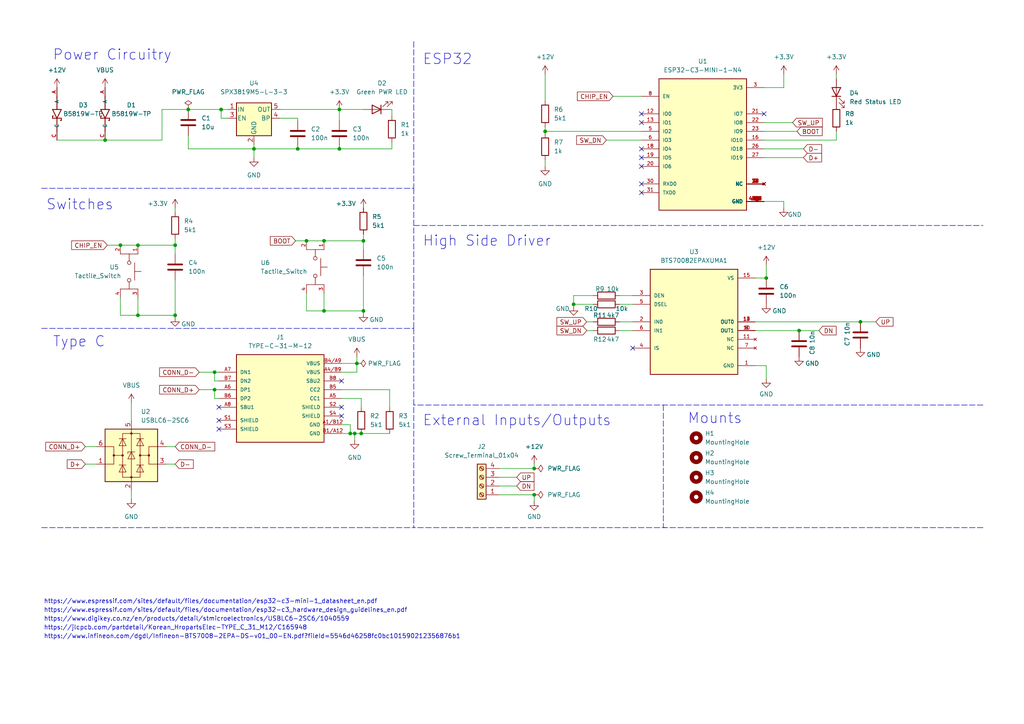
<source format=kicad_sch>
(kicad_sch (version 20211123) (generator eeschema)
  (paper "A4")
  (lib_symbols
    (symbol "B5819W-TP:B5819W-TP" (pin_names (offset 1.016))
      (property "Reference" "D" (at -3.5606 1.9074 0))
      (property "Value" "B5819W-TP" (at -3.559 -3.4319 0))
      (symbol "B5819W-TP_0_0"
        (polyline (pts (xy -5.08 0) (xy -1.27 0)) (stroke (width 0.254)))
        (polyline (pts (xy -1.27 -1.27) (xy 1.27 0)) (stroke (width 0.254)))
        (polyline (pts (xy -1.27 0) (xy -1.27 -1.27)) (stroke (width 0.254)))
        (polyline (pts (xy -1.27 1.27) (xy -1.27 0)) (stroke (width 0.254)))
        (polyline (pts (xy 0.635 -1.016) (xy 0.635 -1.27)) (stroke (width 0.254)))
        (polyline (pts (xy 1.27 -1.27) (xy 0.635 -1.27)) (stroke (width 0.254)))
        (polyline (pts (xy 1.27 0) (xy -1.27 1.27)) (stroke (width 0.254)))
        (polyline (pts (xy 1.27 0) (xy 1.27 -1.27)) (stroke (width 0.254)))
        (polyline (pts (xy 1.27 0) (xy 5.08 0)) (stroke (width 0.254)))
        (polyline (pts (xy 1.27 1.27) (xy 1.27 0)) (stroke (width 0.254)))
        (polyline (pts (xy 1.905 1.27) (xy 1.27 1.27)) (stroke (width 0.254)))
        (polyline (pts (xy 1.905 1.27) (xy 1.905 1.016)) (stroke (width 0.254)))
        (pin passive line (at -7.62 0 0) (length 2.54) (name "A") (number "A"))
        (pin passive line (at 7.62 0 180) (length 2.54) (name "C") (number "C"))
      )
    )
    (symbol "BTS70082EPAXUMA1:BTS70082EPAXUMA1" (pin_names (offset 1.016))
      (property "Reference" "U3" (at 0 20.32 0))
      (property "Value" "BTS70082EPAXUMA1" (at 0 17.78 0))
      (symbol "BTS70082EPAXUMA1_0_0"
        (rectangle (start -12.7 -15.24) (end 12.7 15.24) (stroke (width 0.254)) (fill (type background)))
        (pin power_in line (at 17.78 -12.7 180) (length 5.08) (name "GND") (number "1"))
        (pin output line (at 17.78 -2.54 180) (length 5.08) (name "OUT1") (number "10"))
        (pin no_connect line (at 17.78 -5.08 180) (length 5.08) (name "NC") (number "11"))
        (pin output line (at 17.78 0 180) (length 5.08) (name "OUT0") (number "12"))
        (pin output line (at 17.78 0 180) (length 5.08) (name "OUT0") (number "13"))
        (pin output line (at 17.78 0 180) (length 5.08) (name "OUT0") (number "14"))
        (pin power_in line (at 17.78 12.7 180) (length 5.08) (name "VS") (number "15"))
        (pin input line (at -17.78 0 0) (length 5.08) (name "IN0") (number "2"))
        (pin input line (at -17.78 7.62 0) (length 5.08) (name "DEN") (number "3"))
        (pin input line (at -17.78 -7.62 0) (length 5.08) (name "IS") (number "4"))
        (pin input line (at -17.78 5.08 0) (length 5.08) (name "DSEL") (number "5"))
        (pin input line (at -17.78 -2.54 0) (length 5.08) (name "IN1") (number "6"))
        (pin no_connect line (at 17.78 -7.62 180) (length 5.08) (name "NC") (number "7"))
        (pin output line (at 17.78 -2.54 180) (length 5.08) (name "OUT1") (number "8"))
        (pin output line (at 17.78 -2.54 180) (length 5.08) (name "OUT1") (number "9"))
      )
    )
    (symbol "Connector:Screw_Terminal_01x04" (pin_names (offset 1.016) hide)
      (property "Reference" "J" (at 0 5.08 0))
      (property "Value" "Screw_Terminal_01x04" (at 0 -7.62 0))
      (symbol "Screw_Terminal_01x04_1_1"
        (rectangle (start -1.27 3.81) (end 1.27 -6.35) (stroke (width 0.254)) (fill (type background)))
        (circle (center 0 -5.08) (radius 0.635) (stroke (width 0.1524)))
        (circle (center 0 -2.54) (radius 0.635) (stroke (width 0.1524)))
        (polyline (pts (xy -0.5334 -4.7498) (xy 0.3302 -5.588)) (stroke (width 0.1524)))
        (polyline (pts (xy -0.5334 -2.2098) (xy 0.3302 -3.048)) (stroke (width 0.1524)))
        (polyline (pts (xy -0.5334 0.3302) (xy 0.3302 -0.508)) (stroke (width 0.1524)))
        (polyline (pts (xy -0.5334 2.8702) (xy 0.3302 2.032)) (stroke (width 0.1524)))
        (polyline (pts (xy -0.3556 -4.572) (xy 0.508 -5.4102)) (stroke (width 0.1524)))
        (polyline (pts (xy -0.3556 -2.032) (xy 0.508 -2.8702)) (stroke (width 0.1524)))
        (polyline (pts (xy -0.3556 0.508) (xy 0.508 -0.3302)) (stroke (width 0.1524)))
        (polyline (pts (xy -0.3556 3.048) (xy 0.508 2.2098)) (stroke (width 0.1524)))
        (circle (center 0 0) (radius 0.635) (stroke (width 0.1524)))
        (circle (center 0 2.54) (radius 0.635) (stroke (width 0.1524)))
        (pin passive line (at -5.08 2.54 0) (length 3.81) (name "Pin_1") (number "1"))
        (pin passive line (at -5.08 0 0) (length 3.81) (name "Pin_2") (number "2"))
        (pin passive line (at -5.08 -2.54 0) (length 3.81) (name "Pin_3") (number "3"))
        (pin passive line (at -5.08 -5.08 0) (length 3.81) (name "Pin_4") (number "4"))
      )
    )
    (symbol "Device:C" (pin_numbers hide) (pin_names (offset 0.254))
      (property "Reference" "C" (at 0.635 2.54 0))
      (property "Value" "C" (at 0.635 -2.54 0))
      (symbol "C_0_1"
        (polyline (pts (xy -2.032 -0.762) (xy 2.032 -0.762)) (stroke (width 0.508)))
        (polyline (pts (xy -2.032 0.762) (xy 2.032 0.762)) (stroke (width 0.508)))
      )
      (symbol "C_1_1"
        (pin passive line (at 0 3.81 270) (length 2.794) (name "~") (number "1"))
        (pin passive line (at 0 -3.81 90) (length 2.794) (name "~") (number "2"))
      )
    )
    (symbol "Device:LED" (pin_numbers hide) (pin_names (offset 1.016) hide)
      (property "Reference" "D" (at 0 2.54 0))
      (property "Value" "LED" (at 0 -2.54 0))
      (symbol "LED_0_1"
        (polyline (pts (xy -1.27 -1.27) (xy -1.27 1.27)) (stroke (width 0.254)))
        (polyline (pts (xy -1.27 0) (xy 1.27 0)))
        (polyline (pts (xy 1.27 -1.27) (xy 1.27 1.27) (xy -1.27 0) (xy 1.27 -1.27)) (stroke (width 0.254)))
        (polyline (pts (xy -3.048 -0.762) (xy -4.572 -2.286) (xy -3.81 -2.286) (xy -4.572 -2.286) (xy -4.572 -1.524)))
        (polyline (pts (xy -1.778 -0.762) (xy -3.302 -2.286) (xy -2.54 -2.286) (xy -3.302 -2.286) (xy -3.302 -1.524)))
      )
      (symbol "LED_1_1"
        (pin passive line (at -3.81 0 0) (length 2.54) (name "K") (number "1"))
        (pin passive line (at 3.81 0 180) (length 2.54) (name "A") (number "2"))
      )
    )
    (symbol "Device:R" (pin_numbers hide) (pin_names (offset 0))
      (property "Reference" "R" (at 2.032 0 90))
      (property "Value" "R" (at 0 0 90))
      (symbol "R_0_1"
        (rectangle (start -1.016 -2.54) (end 1.016 2.54) (stroke (width 0.254)))
      )
      (symbol "R_1_1"
        (pin passive line (at 0 3.81 270) (length 1.27) (name "~") (number "1"))
        (pin passive line (at 0 -3.81 90) (length 1.27) (name "~") (number "2"))
      )
    )
    (symbol "ESP32-C3-MINI-1-N4:ESP32-C3-MINI-1-N4" (pin_names (offset 1.016))
      (property "Reference" "U" (at -12.7 18.796 0))
      (property "Value" "ESP32-C3-MINI-1-N4" (at -12.7 -22.86 0))
      (symbol "ESP32-C3-MINI-1-N4_0_0"
        (rectangle (start -12.7 -20.32) (end 12.7 17.78) (stroke (width 0.254)) (fill (type background)))
        (pin power_in line (at 17.78 -17.78 180) (length 5.08) (name "GND") (number "1"))
        (pin no_connect line (at 17.78 -12.7 180) (length 5.08) (name "NC") (number "10"))
        (pin power_in line (at 17.78 -17.78 180) (length 5.08) (name "GND") (number "11"))
        (pin bidirectional line (at -17.78 7.62 0) (length 5.08) (name "IO0") (number "12"))
        (pin bidirectional line (at -17.78 5.08 0) (length 5.08) (name "IO1") (number "13"))
        (pin power_in line (at 17.78 -17.78 180) (length 5.08) (name "GND") (number "14"))
        (pin no_connect line (at 17.78 -12.7 180) (length 5.08) (name "NC") (number "15"))
        (pin bidirectional line (at 17.78 0 180) (length 5.08) (name "IO10") (number "16"))
        (pin no_connect line (at 17.78 -12.7 180) (length 5.08) (name "NC") (number "17"))
        (pin bidirectional line (at -17.78 -2.54 0) (length 5.08) (name "IO4") (number "18"))
        (pin bidirectional line (at -17.78 -5.08 0) (length 5.08) (name "IO5") (number "19"))
        (pin power_in line (at 17.78 -17.78 180) (length 5.08) (name "GND") (number "2"))
        (pin bidirectional line (at -17.78 -7.62 0) (length 5.08) (name "IO6") (number "20"))
        (pin bidirectional line (at 17.78 7.62 180) (length 5.08) (name "IO7") (number "21"))
        (pin bidirectional line (at 17.78 5.08 180) (length 5.08) (name "IO8") (number "22"))
        (pin bidirectional line (at 17.78 2.54 180) (length 5.08) (name "IO9") (number "23"))
        (pin no_connect line (at 17.78 -12.7 180) (length 5.08) (name "NC") (number "24"))
        (pin no_connect line (at 17.78 -12.7 180) (length 5.08) (name "NC") (number "25"))
        (pin bidirectional line (at 17.78 -2.54 180) (length 5.08) (name "IO18") (number "26"))
        (pin bidirectional line (at 17.78 -5.08 180) (length 5.08) (name "IO19") (number "27"))
        (pin no_connect line (at 17.78 -12.7 180) (length 5.08) (name "NC") (number "28"))
        (pin no_connect line (at 17.78 -12.7 180) (length 5.08) (name "NC") (number "29"))
        (pin power_in line (at 17.78 15.24 180) (length 5.08) (name "3V3") (number "3"))
        (pin bidirectional line (at -17.78 -12.7 0) (length 5.08) (name "RXD0") (number "30"))
        (pin bidirectional line (at -17.78 -15.24 0) (length 5.08) (name "TXD0") (number "31"))
        (pin no_connect line (at 17.78 -12.7 180) (length 5.08) (name "NC") (number "32"))
        (pin no_connect line (at 17.78 -12.7 180) (length 5.08) (name "NC") (number "33"))
        (pin no_connect line (at 17.78 -12.7 180) (length 5.08) (name "NC") (number "34"))
        (pin no_connect line (at 17.78 -12.7 180) (length 5.08) (name "NC") (number "35"))
        (pin power_in line (at 17.78 -17.78 180) (length 5.08) (name "GND") (number "36"))
        (pin power_in line (at 17.78 -17.78 180) (length 5.08) (name "GND") (number "37"))
        (pin power_in line (at 17.78 -17.78 180) (length 5.08) (name "GND") (number "38"))
        (pin power_in line (at 17.78 -17.78 180) (length 5.08) (name "GND") (number "39"))
        (pin no_connect line (at 17.78 -12.7 180) (length 5.08) (name "NC") (number "4"))
        (pin power_in line (at 17.78 -17.78 180) (length 5.08) (name "GND") (number "40"))
        (pin power_in line (at 17.78 -17.78 180) (length 5.08) (name "GND") (number "41"))
        (pin power_in line (at 17.78 -17.78 180) (length 5.08) (name "GND") (number "42"))
        (pin power_in line (at 17.78 -17.78 180) (length 5.08) (name "GND") (number "43"))
        (pin power_in line (at 17.78 -17.78 180) (length 5.08) (name "GND") (number "44"))
        (pin power_in line (at 17.78 -17.78 180) (length 5.08) (name "GND") (number "45"))
        (pin power_in line (at 17.78 -17.78 180) (length 5.08) (name "GND") (number "46"))
        (pin power_in line (at 17.78 -17.78 180) (length 5.08) (name "GND") (number "47"))
        (pin power_in line (at 17.78 -17.78 180) (length 5.08) (name "GND") (number "48"))
        (pin power_in line (at 17.78 -17.78 180) (length 5.08) (name "GND") (number "49_1"))
        (pin power_in line (at 17.78 -17.78 180) (length 5.08) (name "GND") (number "49_2"))
        (pin power_in line (at 17.78 -17.78 180) (length 5.08) (name "GND") (number "49_3"))
        (pin power_in line (at 17.78 -17.78 180) (length 5.08) (name "GND") (number "49_4"))
        (pin power_in line (at 17.78 -17.78 180) (length 5.08) (name "GND") (number "49_5"))
        (pin power_in line (at 17.78 -17.78 180) (length 5.08) (name "GND") (number "49_6"))
        (pin power_in line (at 17.78 -17.78 180) (length 5.08) (name "GND") (number "49_7"))
        (pin power_in line (at 17.78 -17.78 180) (length 5.08) (name "GND") (number "49_8"))
        (pin power_in line (at 17.78 -17.78 180) (length 5.08) (name "GND") (number "49_9"))
        (pin bidirectional line (at -17.78 2.54 0) (length 5.08) (name "IO2") (number "5"))
        (pin power_in line (at 17.78 -17.78 180) (length 5.08) (name "GND") (number "50"))
        (pin power_in line (at 17.78 -17.78 180) (length 5.08) (name "GND") (number "51"))
        (pin power_in line (at 17.78 -17.78 180) (length 5.08) (name "GND") (number "52"))
        (pin power_in line (at 17.78 -17.78 180) (length 5.08) (name "GND") (number "53"))
        (pin bidirectional line (at -17.78 0 0) (length 5.08) (name "IO3") (number "6"))
        (pin no_connect line (at 17.78 -12.7 180) (length 5.08) (name "NC") (number "7"))
        (pin input line (at -17.78 12.7 0) (length 5.08) (name "EN") (number "8"))
        (pin no_connect line (at 17.78 -12.7 180) (length 5.08) (name "NC") (number "9"))
      )
    )
    (symbol "Mechanical:MountingHole" (pin_names (offset 1.016))
      (property "Reference" "H" (at 0 5.08 0))
      (property "Value" "MountingHole" (at 0 3.175 0))
      (symbol "MountingHole_0_1"
        (circle (center 0 0) (radius 1.27) (stroke (width 1.27)))
      )
    )
    (symbol "Power_Protection:USBLC6-2SC6" (pin_names hide)
      (property "Reference" "U" (at 2.54 8.89 0))
      (property "Value" "USBLC6-2SC6" (at 2.54 -8.89 0))
      (symbol "USBLC6-2SC6_0_1"
        (rectangle (start -7.62 -7.62) (end 7.62 7.62) (stroke (width 0.254)) (fill (type background)))
        (circle (center -5.08 0) (radius 0.254) (fill (type outline)))
        (circle (center -2.54 0) (radius 0.254) (fill (type outline)))
        (rectangle (start -2.54 6.35) (end 2.54 -6.35))
        (circle (center 0 -6.35) (radius 0.254) (fill (type outline)))
        (polyline (pts (xy -5.08 -2.54) (xy -7.62 -2.54)))
        (polyline (pts (xy -5.08 0) (xy -5.08 -2.54)))
        (polyline (pts (xy -5.08 2.54) (xy -7.62 2.54)))
        (polyline (pts (xy -1.524 -2.794) (xy -3.556 -2.794)))
        (polyline (pts (xy -1.524 4.826) (xy -3.556 4.826)))
        (polyline (pts (xy 0 -7.62) (xy 0 -6.35)))
        (polyline (pts (xy 0 -6.35) (xy 0 1.27)))
        (polyline (pts (xy 0 1.27) (xy 0 6.35)))
        (polyline (pts (xy 0 6.35) (xy 0 7.62)))
        (polyline (pts (xy 1.524 -2.794) (xy 3.556 -2.794)))
        (polyline (pts (xy 1.524 4.826) (xy 3.556 4.826)))
        (polyline (pts (xy 5.08 -2.54) (xy 7.62 -2.54)))
        (polyline (pts (xy 5.08 0) (xy 5.08 -2.54)))
        (polyline (pts (xy 5.08 2.54) (xy 7.62 2.54)))
        (polyline (pts (xy -2.54 0) (xy -5.08 0) (xy -5.08 2.54)))
        (polyline (pts (xy 2.54 0) (xy 5.08 0) (xy 5.08 2.54)))
        (polyline (pts (xy -3.556 -4.826) (xy -1.524 -4.826) (xy -2.54 -2.794) (xy -3.556 -4.826)))
        (polyline (pts (xy -3.556 2.794) (xy -1.524 2.794) (xy -2.54 4.826) (xy -3.556 2.794)))
        (polyline (pts (xy -1.016 -1.016) (xy 1.016 -1.016) (xy 0 1.016) (xy -1.016 -1.016)))
        (polyline (pts (xy 1.016 1.016) (xy 0.762 1.016) (xy -1.016 1.016) (xy -1.016 0.508)))
        (polyline (pts (xy 3.556 -4.826) (xy 1.524 -4.826) (xy 2.54 -2.794) (xy 3.556 -4.826)))
        (polyline (pts (xy 3.556 2.794) (xy 1.524 2.794) (xy 2.54 4.826) (xy 3.556 2.794)))
        (circle (center 0 6.35) (radius 0.254) (fill (type outline)))
        (circle (center 2.54 0) (radius 0.254) (fill (type outline)))
        (circle (center 5.08 0) (radius 0.254) (fill (type outline)))
      )
      (symbol "USBLC6-2SC6_1_1"
        (pin passive line (at -10.16 -2.54 0) (length 2.54) (name "I/O1") (number "1"))
        (pin passive line (at 0 -10.16 90) (length 2.54) (name "GND") (number "2"))
        (pin passive line (at 10.16 -2.54 180) (length 2.54) (name "I/O2") (number "3"))
        (pin passive line (at 10.16 2.54 180) (length 2.54) (name "I/O2") (number "4"))
        (pin passive line (at 0 10.16 270) (length 2.54) (name "VBUS") (number "5"))
        (pin passive line (at -10.16 2.54 0) (length 2.54) (name "I/O1") (number "6"))
      )
    )
    (symbol "Regulator_Linear:SPX3819M5-L-3-3" (pin_names (offset 0.254))
      (property "Reference" "U" (at -3.81 5.715 0))
      (property "Value" "SPX3819M5-L-3-3" (at 0 5.715 0))
      (symbol "SPX3819M5-L-3-3_0_1"
        (rectangle (start -5.08 4.445) (end 5.08 -5.08) (stroke (width 0.254)) (fill (type background)))
      )
      (symbol "SPX3819M5-L-3-3_1_1"
        (pin power_in line (at -7.62 2.54 0) (length 2.54) (name "IN") (number "1"))
        (pin power_in line (at 0 -7.62 90) (length 2.54) (name "GND") (number "2"))
        (pin input line (at -7.62 0 0) (length 2.54) (name "EN") (number "3"))
        (pin input line (at 7.62 0 180) (length 2.54) (name "BP") (number "4"))
        (pin power_out line (at 7.62 2.54 180) (length 2.54) (name "OUT") (number "5"))
      )
    )
    (symbol "TYPE-C-31-M-12:TYPE-C-31-M-12" (pin_names (offset 1.016))
      (property "Reference" "J1" (at 0 17.78 0))
      (property "Value" "TYPE-C-31-M-12" (at 0 15.24 0))
      (symbol "TYPE-C-31-M-12_0_0"
        (rectangle (start -12.7 -12.7) (end 12.7 12.7) (stroke (width 0.254)) (fill (type background)))
        (pin power_in line (at 17.78 -7.62 180) (length 5.08) (name "GND") (number "A1/B12"))
        (pin power_in line (at 17.78 7.62 180) (length 5.08) (name "VBUS") (number "A4/B9"))
        (pin bidirectional line (at 17.78 0 180) (length 5.08) (name "CC1") (number "A5"))
        (pin bidirectional line (at -17.78 2.54 0) (length 5.08) (name "DP1") (number "A6"))
        (pin bidirectional line (at -17.78 7.62 0) (length 5.08) (name "DN1") (number "A7"))
        (pin bidirectional line (at -17.78 -2.54 0) (length 5.08) (name "SBU1") (number "A8"))
        (pin power_in line (at 17.78 -10.16 180) (length 5.08) (name "GND") (number "B1/A12"))
        (pin power_in line (at 17.78 10.16 180) (length 5.08) (name "VBUS") (number "B4/A9"))
        (pin bidirectional line (at 17.78 2.54 180) (length 5.08) (name "CC2") (number "B5"))
        (pin bidirectional line (at -17.78 0 0) (length 5.08) (name "DP2") (number "B6"))
        (pin bidirectional line (at -17.78 5.08 0) (length 5.08) (name "DN2") (number "B7"))
        (pin bidirectional line (at 17.78 5.08 180) (length 5.08) (name "SBU2") (number "B8"))
        (pin passive line (at -17.78 -6.35 0) (length 5.08) (name "SHIELD") (number "S1"))
        (pin passive line (at 17.78 -2.54 180) (length 5.08) (name "SHIELD") (number "S2"))
        (pin passive line (at -17.78 -8.89 0) (length 5.08) (name "SHIELD") (number "S3"))
        (pin passive line (at 17.78 -5.08 180) (length 5.08) (name "SHIELD") (number "S4"))
      )
    )
    (symbol "custom_library:Tactile_Switch"
      (property "Reference" "U" (at 0 -11.43 0))
      (property "Value" "Tactile_Switch" (at 0 0 0))
      (symbol "Tactile_Switch_0_0"
        (circle (center -2.54 -6.35) (radius 0.508) (stroke (width 0.1524)))
        (polyline (pts (xy -5.08 -6.35) (xy -3.048 -6.35)) (stroke (width 0.1524)))
        (polyline (pts (xy -5.08 -3.81) (xy -5.08 -8.89)) (stroke (width 0.1524)))
        (polyline (pts (xy -2.54 -4.7625) (xy 0 -4.7625)) (stroke (width 0.1524)))
        (polyline (pts (xy 0 -4.7625) (xy 0 -2.8575)) (stroke (width 0.1524)))
        (polyline (pts (xy 0 -4.7625) (xy 2.54 -4.7625)) (stroke (width 0.1524)))
        (polyline (pts (xy 5.08 -6.35) (xy 3.048 -6.35)) (stroke (width 0.1524)))
        (polyline (pts (xy 5.08 -3.81) (xy 5.08 -8.89)) (stroke (width 0.1524)))
        (circle (center 2.54 -6.35) (radius 0.508) (stroke (width 0.1524)))
        (pin passive line (at -7.62 -3.81 0) (length 2.54) (name "~") (number "1"))
        (pin passive line (at -7.62 -8.89 0) (length 2.54) (name "~") (number "2"))
        (pin passive line (at 7.62 -3.81 180) (length 2.54) (name "~") (number "3"))
        (pin passive line (at 7.62 -8.89 180) (length 2.54) (name "~") (number "4"))
      )
    )
    (symbol "power:+12V" (power) (pin_names (offset 0))
      (property "Value" "+12V" (at 0 3.556 0))
      (symbol "+12V_0_1"
        (polyline (pts (xy -0.762 1.27) (xy 0 2.54)))
        (polyline (pts (xy 0 0) (xy 0 2.54)))
        (polyline (pts (xy 0 2.54) (xy 0.762 1.27)))
      )
      (symbol "+12V_1_1"
        (pin power_in line (at 0 0 90) (length 0) hide (name "+12V") (number "1"))
      )
    )
    (symbol "power:+3.3V" (power) (pin_names (offset 0))
      (property "Value" "+3.3V" (at 0 3.556 0))
      (symbol "+3.3V_0_1"
        (polyline (pts (xy -0.762 1.27) (xy 0 2.54)))
        (polyline (pts (xy 0 0) (xy 0 2.54)))
        (polyline (pts (xy 0 2.54) (xy 0.762 1.27)))
      )
      (symbol "+3.3V_1_1"
        (pin power_in line (at 0 0 90) (length 0) hide (name "+3.3V") (number "1"))
      )
    )
    (symbol "power:GND" (power) (pin_names (offset 0))
      (property "Value" "GND" (at 0 -3.81 0))
      (symbol "GND_0_1"
        (polyline (pts (xy 0 0) (xy 0 -1.27) (xy 1.27 -1.27) (xy 0 -2.54) (xy -1.27 -1.27) (xy 0 -1.27)))
      )
      (symbol "GND_1_1"
        (pin power_in line (at 0 0 270) (length 0) hide (name "GND") (number "1"))
      )
    )
    (symbol "power:PWR_FLAG" (power) (pin_numbers hide) (pin_names (offset 0) hide)
      (property "Value" "PWR_FLAG" (at 0 3.81 0))
      (symbol "PWR_FLAG_0_0"
        (pin power_out line (at 0 0 90) (length 0) (name "pwr") (number "1"))
      )
      (symbol "PWR_FLAG_0_1"
        (polyline (pts (xy 0 0) (xy 0 1.27) (xy -1.016 1.905) (xy 0 2.54) (xy 1.016 1.905) (xy 0 1.27)))
      )
    )
    (symbol "power:VBUS" (power) (pin_names (offset 0))
      (property "Value" "VBUS" (at 0 3.81 0))
      (symbol "VBUS_0_1"
        (polyline (pts (xy -0.762 1.27) (xy 0 2.54)))
        (polyline (pts (xy 0 0) (xy 0 2.54)))
        (polyline (pts (xy 0 2.54) (xy 0.762 1.27)))
      )
      (symbol "VBUS_1_1"
        (pin power_in line (at 0 0 90) (length 0) hide (name "VBUS") (number "1"))
      )
    )
  )
  (junction (at 105.41 90.17))
  (junction (at 30.48 40.64))
  (junction (at 88.9 69.85))
  (junction (at 105.41 69.85))
  (junction (at 64.135 31.75))
  (junction (at 98.425 31.75))
  (junction (at 93.98 90.17))
  (junction (at 40.005 71.12))
  (junction (at 166.37 88.265))
  (junction (at 73.66 43.18))
  (junction (at 86.36 43.18))
  (junction (at 93.98 69.85))
  (junction (at 249.555 93.345))
  (junction (at 34.925 71.12))
  (junction (at 154.94 143.51))
  (junction (at 54.61 31.75))
  (junction (at 104.775 125.73))
  (junction (at 62.23 107.95))
  (junction (at 154.94 135.89))
  (junction (at 50.8 71.12))
  (junction (at 103.505 105.41))
  (junction (at 158.115 38.1))
  (junction (at 98.425 43.18))
  (junction (at 101.6 125.73))
  (junction (at 102.87 125.73))
  (junction (at 222.25 80.645))
  (junction (at 50.8 91.44))
  (junction (at 40.005 91.44))
  (junction (at 231.775 95.885))
  (junction (at 62.23 113.03))
  (no_connect (at 99.06 110.49))
  (no_connect (at 186.055 33.02))
  (no_connect (at 186.055 35.56))
  (no_connect (at 99.06 118.11))
  (no_connect (at 63.5 121.92))
  (no_connect (at 63.5 124.46))
  (no_connect (at 183.515 100.965))
  (no_connect (at 99.06 120.65))
  (no_connect (at 63.5 118.11))
  (no_connect (at 221.615 33.02))
  (no_connect (at 186.055 48.26))
  (no_connect (at 186.055 53.34))
  (no_connect (at 186.055 43.18))
  (no_connect (at 186.055 45.72))
  (no_connect (at 186.055 55.88))
  (polyline (pts (xy 120.015 54.61) (xy 120.015 95.25)))
  (wire (pts (xy 242.57 40.64) (xy 242.57 38.1)))
  (wire (pts (xy 34.925 86.36) (xy 34.925 91.44)))
  (wire (pts (xy 46.99 31.75) (xy 54.61 31.75)))
  (wire (pts (xy 81.28 34.29) (xy 86.36 34.29)))
  (wire (pts (xy 73.66 41.91) (xy 73.66 43.18)))
  (wire (pts (xy 158.115 38.1) (xy 186.055 38.1)))
  (wire (pts (xy 177.8 27.94) (xy 186.055 27.94)))
  (wire (pts (xy 57.785 113.03) (xy 62.23 113.03)))
  (wire (pts (xy 231.775 95.885) (xy 237.49 95.885)))
  (wire (pts (xy 86.36 42.545) (xy 86.36 43.18)))
  (wire (pts (xy 63.5 110.49) (xy 62.23 110.49)))
  (wire (pts (xy 40.005 71.12) (xy 50.8 71.12)))
  (wire (pts (xy 144.78 140.97) (xy 149.86 140.97)))
  (wire (pts (xy 54.61 43.18) (xy 73.66 43.18)))
  (wire (pts (xy 154.94 143.51) (xy 154.94 145.415)))
  (wire (pts (xy 179.705 93.345) (xy 183.515 93.345)))
  (wire (pts (xy 50.8 71.12) (xy 50.8 73.66)))
  (wire (pts (xy 46.99 31.75) (xy 46.99 40.64)))
  (wire (pts (xy 166.37 88.265) (xy 172.085 88.265)))
  (wire (pts (xy 24.765 134.62) (xy 27.94 134.62)))
  (wire (pts (xy 221.615 25.4) (xy 227.33 25.4)))
  (wire (pts (xy 113.03 113.03) (xy 113.03 118.11)))
  (wire (pts (xy 99.06 115.57) (xy 104.775 115.57)))
  (wire (pts (xy 227.33 25.4) (xy 227.33 21.59)))
  (wire (pts (xy 38.1 142.24) (xy 38.1 144.78)))
  (wire (pts (xy 73.66 43.18) (xy 73.66 45.72)))
  (wire (pts (xy 34.925 71.12) (xy 40.005 71.12)))
  (wire (pts (xy 219.075 80.645) (xy 222.25 80.645)))
  (wire (pts (xy 73.66 43.18) (xy 86.36 43.18)))
  (polyline (pts (xy 120.015 95.25) (xy 120.015 153.035)))
  (wire (pts (xy 31.115 71.12) (xy 34.925 71.12)))
  (wire (pts (xy 154.94 135.89) (xy 144.78 135.89)))
  (wire (pts (xy 62.23 107.95) (xy 62.23 110.49)))
  (wire (pts (xy 144.78 138.43) (xy 149.86 138.43)))
  (wire (pts (xy 227.33 58.42) (xy 227.33 60.325)))
  (wire (pts (xy 158.115 21.59) (xy 158.115 29.21)))
  (wire (pts (xy 34.925 91.44) (xy 40.005 91.44)))
  (polyline (pts (xy 12.065 54.61) (xy 120.015 54.61)))
  (wire (pts (xy 38.1 116.84) (xy 38.1 121.92)))
  (wire (pts (xy 158.115 46.355) (xy 158.115 48.26)))
  (wire (pts (xy 179.705 85.725) (xy 183.515 85.725)))
  (wire (pts (xy 219.075 106.045) (xy 222.25 106.045)))
  (wire (pts (xy 154.94 134.62) (xy 154.94 135.89)))
  (wire (pts (xy 99.06 113.03) (xy 113.03 113.03)))
  (wire (pts (xy 86.36 34.29) (xy 86.36 34.925)))
  (wire (pts (xy 81.28 31.75) (xy 98.425 31.75)))
  (wire (pts (xy 50.8 60.325) (xy 50.8 61.595)))
  (wire (pts (xy 170.18 95.885) (xy 172.085 95.885)))
  (wire (pts (xy 40.005 86.36) (xy 40.005 91.44)))
  (wire (pts (xy 66.04 34.29) (xy 64.135 34.29)))
  (wire (pts (xy 88.9 85.09) (xy 88.9 90.17)))
  (wire (pts (xy 221.615 58.42) (xy 227.33 58.42)))
  (wire (pts (xy 24.765 129.54) (xy 27.94 129.54)))
  (wire (pts (xy 179.705 88.265) (xy 183.515 88.265)))
  (wire (pts (xy 101.6 125.73) (xy 102.87 125.73)))
  (wire (pts (xy 219.075 95.885) (xy 231.775 95.885)))
  (wire (pts (xy 249.555 93.345) (xy 254 93.345)))
  (polyline (pts (xy 120.015 12.065) (xy 120.015 54.61)))
  (wire (pts (xy 103.505 107.95) (xy 103.505 105.41)))
  (wire (pts (xy 175.895 40.64) (xy 186.055 40.64)))
  (wire (pts (xy 221.615 35.56) (xy 229.87 35.56)))
  (wire (pts (xy 40.005 91.44) (xy 50.8 91.44)))
  (wire (pts (xy 54.61 31.75) (xy 64.135 31.75)))
  (wire (pts (xy 99.06 105.41) (xy 103.505 105.41)))
  (polyline (pts (xy 192.405 117.475) (xy 192.405 153.035)))
  (wire (pts (xy 158.115 36.83) (xy 158.115 38.1)))
  (wire (pts (xy 88.9 90.17) (xy 93.98 90.17)))
  (wire (pts (xy 66.04 31.75) (xy 64.135 31.75)))
  (wire (pts (xy 98.425 34.925) (xy 98.425 31.75)))
  (wire (pts (xy 48.26 134.62) (xy 50.8 134.62)))
  (wire (pts (xy 105.41 90.17) (xy 105.41 90.805)))
  (wire (pts (xy 86.36 43.18) (xy 98.425 43.18)))
  (wire (pts (xy 93.98 85.09) (xy 93.98 90.17)))
  (wire (pts (xy 222.25 80.645) (xy 222.25 76.835)))
  (wire (pts (xy 50.8 69.215) (xy 50.8 71.12)))
  (wire (pts (xy 221.615 40.64) (xy 242.57 40.64)))
  (wire (pts (xy 99.06 107.95) (xy 103.505 107.95)))
  (wire (pts (xy 101.6 123.19) (xy 101.6 125.73)))
  (polyline (pts (xy 285.115 117.475) (xy 120.015 117.475)))
  (wire (pts (xy 105.41 80.01) (xy 105.41 90.17)))
  (wire (pts (xy 54.61 39.37) (xy 54.61 43.18)))
  (wire (pts (xy 98.425 42.545) (xy 98.425 43.18)))
  (wire (pts (xy 98.425 43.18) (xy 113.665 43.18)))
  (wire (pts (xy 179.705 95.885) (xy 183.515 95.885)))
  (wire (pts (xy 242.57 21.59) (xy 242.57 22.86)))
  (wire (pts (xy 113.665 41.275) (xy 113.665 43.18)))
  (wire (pts (xy 104.775 125.73) (xy 113.03 125.73)))
  (wire (pts (xy 113.03 31.75) (xy 113.665 31.75)))
  (polyline (pts (xy 120.015 152.4) (xy 120.015 153.035)))
  (wire (pts (xy 166.37 85.725) (xy 166.37 88.265)))
  (wire (pts (xy 85.725 69.85) (xy 88.9 69.85)))
  (wire (pts (xy 221.615 38.1) (xy 231.14 38.1)))
  (wire (pts (xy 105.41 69.85) (xy 105.41 72.39)))
  (wire (pts (xy 62.23 107.95) (xy 63.5 107.95)))
  (wire (pts (xy 166.37 88.9) (xy 166.37 88.265)))
  (wire (pts (xy 172.085 85.725) (xy 166.37 85.725)))
  (wire (pts (xy 233.045 43.18) (xy 221.615 43.18)))
  (polyline (pts (xy 12.065 153.035) (xy 120.015 153.035)))
  (wire (pts (xy 158.115 38.1) (xy 158.115 38.735)))
  (polyline (pts (xy 120.015 65.405) (xy 285.115 65.405)))
  (wire (pts (xy 102.87 125.73) (xy 104.775 125.73)))
  (wire (pts (xy 64.135 34.29) (xy 64.135 31.75)))
  (wire (pts (xy 219.075 93.345) (xy 249.555 93.345)))
  (wire (pts (xy 103.505 105.41) (xy 103.505 103.505)))
  (wire (pts (xy 50.8 91.44) (xy 50.8 92.075)))
  (wire (pts (xy 105.41 67.945) (xy 105.41 69.85)))
  (wire (pts (xy 48.26 129.54) (xy 50.8 129.54)))
  (polyline (pts (xy 192.405 153.035) (xy 193.04 153.035)))
  (wire (pts (xy 102.87 127.635) (xy 102.87 125.73)))
  (wire (pts (xy 62.23 113.03) (xy 63.5 113.03)))
  (wire (pts (xy 233.045 45.72) (xy 221.615 45.72)))
  (wire (pts (xy 99.06 125.73) (xy 101.6 125.73)))
  (wire (pts (xy 93.98 90.17) (xy 105.41 90.17)))
  (wire (pts (xy 62.23 115.57) (xy 62.23 113.03)))
  (wire (pts (xy 104.775 115.57) (xy 104.775 118.11)))
  (wire (pts (xy 93.98 69.85) (xy 105.41 69.85)))
  (wire (pts (xy 50.8 81.28) (xy 50.8 91.44)))
  (wire (pts (xy 170.18 93.345) (xy 172.085 93.345)))
  (wire (pts (xy 222.25 106.045) (xy 222.25 109.855)))
  (wire (pts (xy 16.51 40.64) (xy 30.48 40.64)))
  (wire (pts (xy 144.78 143.51) (xy 154.94 143.51)))
  (wire (pts (xy 98.425 31.75) (xy 105.41 31.75)))
  (wire (pts (xy 99.06 123.19) (xy 101.6 123.19)))
  (wire (pts (xy 63.5 115.57) (xy 62.23 115.57)))
  (wire (pts (xy 57.785 107.95) (xy 62.23 107.95)))
  (wire (pts (xy 46.99 40.64) (xy 30.48 40.64)))
  (polyline (pts (xy 285.115 153.035) (xy 120.015 153.035)))
  (polyline (pts (xy 120.015 117.475) (xy 120.015 116.84)))
  (wire (pts (xy 113.665 33.655) (xy 113.665 31.75)))
  (polyline (pts (xy 12.065 95.25) (xy 120.015 95.25)))
  (wire (pts (xy 88.9 69.85) (xy 93.98 69.85)))
  (text "Switches\n\n" (at 13.335 66.04 0) (effects (font (size 3 3)) (justify left bottom)))
  (text "https://www.espressif.com/sites/default/files/documentation/esp32-c3_hardware_design_guidelines_en.pdf" (at 12.7 177.8 0) (effects (font (size 1.27 1.27)) (justify left bottom)))
  (text "External Inputs/Outputs\n" (at 122.555 123.825 0) (effects (font (size 3 3)) (justify left bottom)))
  (text "https://jlcpcb.com/partdetail/Korean_HropartsElec-TYPE_C_31_M12/C165948" (at 12.7 182.88 0) (effects (font (size 1.27 1.27)) (justify left bottom)))
  (text "High Side Driver" (at 122.555 71.755 0) (effects (font (size 3 3)) (justify left bottom)))
  (text "ESP32\n" (at 122.555 19.05 0) (effects (font (size 3 3)) (justify left bottom)))
  (text "https://www.espressif.com/sites/default/files/documentation/esp32-c3-mini-1_datasheet_en.pdf" (at 12.7 175.26 0) (effects (font (size 1.27 1.27)) (justify left bottom)))
  (text "Mounts\n" (at 199.39 123.19 0) (effects (font (size 3 3)) (justify left bottom)))
  (text "Type C\n" (at 15.24 100.965 0) (effects (font (size 3 3)) (justify left bottom)))
  (text "https://www.infineon.com/dgdl/Infineon-BTS7008-2EPA-DS-v01_00-EN.pdf?fileId=5546d46258fc0bc101590212356876b1" (at 12.7 185.42 0) (effects (font (size 1.27 1.27)) (justify left bottom)))
  (text "https://www.digikey.co.nz/en/products/detail/stmicroelectronics/USBLC6-2SC6/1040559" (at 12.7 180.34 0) (effects (font (size 1.27 1.27)) (justify left bottom)))
  (text "Power Circuitry" (at 15.24 17.78 0) (effects (font (size 3 3)) (justify left bottom)))
  (global_label "SW_UP" (shape input) (at 170.18 93.345 180) (property "Intersheet References" "${INTERSHEET_REFS}" (effects hide)))
  (global_label "CONN_D-" (shape input) (at 57.785 107.95 180) (property "Intersheet References" "${INTERSHEET_REFS}" (effects hide)))
  (global_label "CONN_D-" (shape input) (at 50.8 129.54 0) (property "Intersheet References" "${INTERSHEET_REFS}" (effects hide)))
  (global_label "UP" (shape input) (at 149.86 138.43 0) (property "Intersheet References" "${INTERSHEET_REFS}" (effects hide)))
  (global_label "BOOT" (shape input) (at 231.14 38.1 0) (property "Intersheet References" "${INTERSHEET_REFS}" (effects hide)))
  (global_label "CHIP_EN" (shape input) (at 31.115 71.12 180) (property "Intersheet References" "${INTERSHEET_REFS}" (effects hide)))
  (global_label "SW_UP" (shape input) (at 229.87 35.56 0) (property "Intersheet References" "${INTERSHEET_REFS}" (effects hide)))
  (global_label "CONN_D+" (shape input) (at 57.785 113.03 180) (property "Intersheet References" "${INTERSHEET_REFS}" (effects hide)))
  (global_label "D-" (shape input) (at 233.045 43.18 0) (property "Intersheet References" "${INTERSHEET_REFS}" (effects hide)))
  (global_label "DN" (shape input) (at 237.49 95.885 0) (property "Intersheet References" "${INTERSHEET_REFS}" (effects hide)))
  (global_label "D+" (shape input) (at 233.045 45.72 0) (property "Intersheet References" "${INTERSHEET_REFS}" (effects hide)))
  (global_label "SW_DN" (shape input) (at 170.18 95.885 180) (property "Intersheet References" "${INTERSHEET_REFS}" (effects hide)))
  (global_label "D-" (shape input) (at 50.8 134.62 0) (property "Intersheet References" "${INTERSHEET_REFS}" (effects hide)))
  (global_label "BOOT" (shape input) (at 85.725 69.85 180) (property "Intersheet References" "${INTERSHEET_REFS}" (effects hide)))
  (global_label "CONN_D+" (shape input) (at 24.765 129.54 180) (property "Intersheet References" "${INTERSHEET_REFS}" (effects hide)))
  (global_label "D+" (shape input) (at 24.765 134.62 180) (property "Intersheet References" "${INTERSHEET_REFS}" (effects hide)))
  (global_label "UP" (shape input) (at 254 93.345 0) (property "Intersheet References" "${INTERSHEET_REFS}" (effects hide)))
  (global_label "SW_DN" (shape input) (at 175.895 40.64 180) (property "Intersheet References" "${INTERSHEET_REFS}" (effects hide)))
  (global_label "CHIP_EN" (shape input) (at 177.8 27.94 180) (property "Intersheet References" "${INTERSHEET_REFS}" (effects hide)))
  (global_label "DN" (shape input) (at 149.86 140.97 0) (property "Intersheet References" "${INTERSHEET_REFS}" (effects hide)))
  (symbol (lib_id "Device:C") (at 249.555 97.155 180) (unit 1)
    (property "Reference" "C7" (at 245.745 99.06 90))
    (property "Value" "10n" (at 245.745 95.25 90))
    (property "Footprint" "Capacitor_SMD:C_0603_1608Metric" (effects hide))
  )
  (symbol (lib_id "power:PWR_FLAG") (at 54.61 31.75 0) (unit 1)
    (property "Reference" "#FLG0104" (effects hide))
    (property "Value" "PWR_FLAG" (at 54.61 26.67 0))
  )
  (symbol (lib_id "Mechanical:MountingHole") (at 201.93 138.43 0) (unit 1)
    (property "Reference" "H3" (at 204.47 137.1599 0) (effects (justify left)))
    (property "Value" "MountingHole" (at 204.47 139.6999 0) (effects (justify left)))
    (property "Footprint" "MountingHole:MountingHole_3.2mm_M3" (effects hide))
  )
  (symbol (lib_id "BTS70082EPAXUMA1:BTS70082EPAXUMA1") (at 201.295 93.345 0) (unit 1)
    (property "Reference" "U3" (at 201.295 73.025 0))
    (property "Value" "BTS70082EPAXUMA1" (at 201.295 75.565 0))
    (property "Footprint" "Library:SOP65P600X115-15N" (effects hide))
    (property "PARTREV" "1.14" (effects hide))
    (property "MAXIMUM_PACKAGE_HEIGHT" "1.15 mm" (effects hide))
    (property "MANUFACTURER" "Infineon Technologies" (effects hide))
    (property "STANDARD" "IPC 7351B" (effects hide))
  )
  (symbol (lib_id "power:GND") (at 222.25 88.265 0) (unit 1)
    (property "Reference" "#PWR0111" (effects hide))
    (property "Value" "GND" (at 226.06 90.17 0))
  )
  (symbol (lib_id "Device:C") (at 54.61 35.56 0) (unit 1)
    (property "Reference" "C1" (at 58.42 34.2899 0) (effects (justify left)))
    (property "Value" "10u" (at 58.42 36.8299 0) (effects (justify left)))
    (property "Footprint" "Capacitor_SMD:C_0603_1608Metric" (effects hide))
  )
  (symbol (lib_id "power:GND") (at 249.555 100.965 0) (unit 1)
    (property "Reference" "#PWR0113" (effects hide))
    (property "Value" "GND" (at 253.365 102.87 0))
  )
  (symbol (lib_id "power:GND") (at 158.115 48.26 0) (unit 1)
    (property "Reference" "#PWR06" (effects hide))
    (property "Value" "GND" (at 158.115 53.34 0))
  )
  (symbol (lib_id "power:GND") (at 50.8 92.075 0) (unit 1)
    (property "Reference" "#PWR0110" (effects hide))
    (property "Value" "GND" (at 54.61 93.98 0))
  )
  (symbol (lib_id "custom_library:Tactile_Switch") (at 97.79 77.47 270) (unit 1)
    (property "Reference" "U6" (at 75.565 76.2 90) (effects (justify left)))
    (property "Value" "Tactile_Switch" (at 75.565 78.74 90) (effects (justify left)))
    (property "Footprint" "custom_components:Tactile Switch" (effects hide))
  )
  (symbol (lib_id "Device:R") (at 175.895 85.725 90) (unit 1)
    (property "Reference" "R9" (at 173.99 83.82 90))
    (property "Value" "10k" (at 177.8 83.82 90))
    (property "Footprint" "Resistor_SMD:R_0603_1608Metric" (effects hide))
  )
  (symbol (lib_id "Device:LED") (at 242.57 26.67 90) (unit 1)
    (property "Reference" "D4" (at 246.38 26.9874 90) (effects (justify right)))
    (property "Value" "Red Status LED" (at 246.38 29.5274 90) (effects (justify right)))
    (property "Footprint" "LED_SMD:LED_0603_1608Metric" (effects hide))
  )
  (symbol (lib_id "TYPE-C-31-M-12:TYPE-C-31-M-12") (at 81.28 115.57 0) (unit 1)
    (property "Reference" "J1" (at 81.28 97.79 0))
    (property "Value" "TYPE-C-31-M-12" (at 81.28 100.33 0))
    (property "MANUFACTURER" "HRO Electronics Co., Ltd." (effects hide))
    (property "MAXIMUM_PACKAGE_HEIGHT" "3.26 mm" (effects hide))
    (property "PARTREV" "2020.12.08" (effects hide))
    (property "SNAPEDA_PN" "TYPE-C-31-M-12" (effects hide))
    (property "STANDARD" "Manufacturer Recommendations" (effects hide))
  )
  (symbol (lib_id "Device:R") (at 158.115 42.545 0) (unit 1)
    (property "Reference" "R7" (at 160.655 41.2749 0) (effects (justify left)))
    (property "Value" "1k" (at 160.655 43.8149 0) (effects (justify left)))
    (property "Footprint" "Resistor_SMD:R_0603_1608Metric" (effects hide))
  )
  (symbol (lib_id "Mechanical:MountingHole") (at 201.93 127 0) (unit 1)
    (property "Reference" "H1" (at 204.47 125.7299 0) (effects (justify left)))
    (property "Value" "MountingHole" (at 204.47 128.2699 0) (effects (justify left)))
    (property "Footprint" "MountingHole:MountingHole_3.2mm_M3" (effects hide))
  )
  (symbol (lib_id "Power_Protection:USBLC6-2SC6") (at 38.1 132.08 0) (unit 1)
    (property "Reference" "U2" (at 40.8687 119.38 0) (effects (justify left)))
    (property "Value" "USBLC6-2SC6" (at 40.8687 121.92 0) (effects (justify left)))
    (property "Footprint" "Package_TO_SOT_SMD:SOT-23-6" (effects hide))
    (property "Datasheet" "https://www.st.com/resource/en/datasheet/usblc6-2.pdf" (effects hide))
  )
  (symbol (lib_id "Device:C") (at 98.425 38.735 0) (unit 1)
    (property "Reference" "C3" (at 102.235 37.4649 0) (effects (justify left)))
    (property "Value" "100n" (at 102.235 40.0049 0) (effects (justify left)))
    (property "Footprint" "Capacitor_SMD:C_0603_1608Metric" (effects hide))
  )
  (symbol (lib_id "B5819W-TP:B5819W-TP") (at 30.48 33.02 270) (unit 1)
    (property "Reference" "D1" (at 38.1 30.48 90))
    (property "Value" "B5819W-TP" (at 38.1 33.02 90))
    (property "Footprint" "Library:SOD3716X135N" (effects hide))
    (property "MANUFACTURER" "Micro Commercial Components" (effects hide))
  )
  (symbol (lib_id "Device:R") (at 113.03 121.92 0) (unit 1)
    (property "Reference" "R3" (at 115.57 120.6499 0) (effects (justify left)))
    (property "Value" "5k1" (at 115.57 123.1899 0) (effects (justify left)))
    (property "Footprint" "Resistor_SMD:R_0603_1608Metric" (effects hide))
  )
  (symbol (lib_id "Device:R") (at 175.895 88.265 90) (unit 1)
    (property "Reference" "R10" (at 171.45 89.535 90))
    (property "Value" "10k" (at 180.34 89.535 90))
    (property "Footprint" "Resistor_SMD:R_0603_1608Metric" (effects hide))
  )
  (symbol (lib_id "power:+3.3V") (at 98.425 31.75 0) (unit 1)
    (property "Reference" "#PWR0105" (effects hide))
    (property "Value" "+3.3V" (at 98.425 26.67 0))
  )
  (symbol (lib_id "Device:R") (at 105.41 64.135 0) (unit 1)
    (property "Reference" "R5" (at 107.95 62.8649 0) (effects (justify left)))
    (property "Value" "5k1" (at 107.95 65.4049 0) (effects (justify left)))
    (property "Footprint" "Resistor_SMD:R_0603_1608Metric" (effects hide))
  )
  (symbol (lib_id "power:+12V") (at 222.25 76.835 0) (unit 1)
    (property "Reference" "#PWR09" (effects hide))
    (property "Value" "+12V" (at 222.25 71.755 0))
  )
  (symbol (lib_id "Device:R") (at 50.8 65.405 0) (unit 1)
    (property "Reference" "R4" (at 53.34 64.1349 0) (effects (justify left)))
    (property "Value" "5k1" (at 53.34 66.6749 0) (effects (justify left)))
    (property "Footprint" "Resistor_SMD:R_0603_1608Metric" (effects hide))
  )
  (symbol (lib_id "Mechanical:MountingHole") (at 201.93 144.145 0) (unit 1)
    (property "Reference" "H4" (at 204.47 142.8749 0) (effects (justify left)))
    (property "Value" "MountingHole" (at 204.47 145.4149 0) (effects (justify left)))
    (property "Footprint" "MountingHole:MountingHole_3.2mm_M3" (effects hide))
  )
  (symbol (lib_id "Device:R") (at 175.895 93.345 90) (unit 1)
    (property "Reference" "R11" (at 173.99 91.44 90))
    (property "Value" "4k7" (at 177.8 91.44 90))
    (property "Footprint" "Resistor_SMD:R_0603_1608Metric" (effects hide))
  )
  (symbol (lib_id "power:+12V") (at 154.94 134.62 0) (unit 1)
    (property "Reference" "#PWR011" (effects hide))
    (property "Value" "+12V" (at 154.94 129.54 0))
  )
  (symbol (lib_id "Device:C") (at 86.36 38.735 0) (unit 1)
    (property "Reference" "C2" (at 90.17 37.4649 0) (effects (justify left)))
    (property "Value" "100n" (at 90.17 40.0049 0) (effects (justify left)))
    (property "Footprint" "Capacitor_SMD:C_0603_1608Metric" (effects hide))
  )
  (symbol (lib_id "Device:C") (at 105.41 76.2 0) (unit 1)
    (property "Reference" "C5" (at 109.22 74.9299 0) (effects (justify left)))
    (property "Value" "100n" (at 109.22 77.4699 0) (effects (justify left)))
    (property "Footprint" "Capacitor_SMD:C_0603_1608Metric" (effects hide))
  )
  (symbol (lib_id "power:PWR_FLAG") (at 103.505 105.41 270) (unit 1)
    (property "Reference" "#FLG0103" (effects hide))
    (property "Value" "PWR_FLAG" (at 106.68 105.4099 90) (effects (justify left)))
  )
  (symbol (lib_id "power:GND") (at 154.94 145.415 0) (unit 1)
    (property "Reference" "#PWR012" (effects hide))
    (property "Value" "GND" (at 154.94 149.86 0))
  )
  (symbol (lib_id "B5819W-TP:B5819W-TP") (at 16.51 33.02 270) (unit 1)
    (property "Reference" "D3" (at 24.13 30.48 90))
    (property "Value" "B5819W-TP" (at 24.13 33.02 90))
    (property "Footprint" "Library:SOD3716X135N" (effects hide))
    (property "MANUFACTURER" "Micro Commercial Components" (effects hide))
  )
  (symbol (lib_id "power:+3.3V") (at 242.57 21.59 0) (unit 1)
    (property "Reference" "#PWR07" (effects hide))
    (property "Value" "+3.3V" (at 242.57 16.51 0))
  )
  (symbol (lib_id "Regulator_Linear:SPX3819M5-L-3-3") (at 73.66 34.29 0) (unit 1)
    (property "Reference" "U4" (at 73.66 24.13 0))
    (property "Value" "SPX3819M5-L-3-3" (at 73.66 26.67 0))
    (property "Footprint" "Package_TO_SOT_SMD:SOT-23-5" (effects hide))
    (property "Datasheet" "https://www.exar.com/content/document.ashx?id=22106&languageid=1033&type=Datasheet&partnumber=SPX3819&filename=SPX3819.pdf&part=SPX3819" (effects hide))
  )
  (symbol (lib_id "power:VBUS") (at 30.48 25.4 0) (unit 1)
    (property "Reference" "#PWR0101" (effects hide))
    (property "Value" "VBUS" (at 30.48 20.32 0))
  )
  (symbol (lib_id "power:GND") (at 102.87 127.635 0) (unit 1)
    (property "Reference" "#PWR03" (effects hide))
    (property "Value" "GND" (at 102.87 132.715 0))
  )
  (symbol (lib_id "Mechanical:MountingHole") (at 201.93 132.715 0) (unit 1)
    (property "Reference" "H2" (at 204.47 131.4449 0) (effects (justify left)))
    (property "Value" "MountingHole" (at 204.47 133.9849 0) (effects (justify left)))
    (property "Footprint" "MountingHole:MountingHole_3.2mm_M3" (effects hide))
  )
  (symbol (lib_id "power:GND") (at 222.25 109.855 0) (unit 1)
    (property "Reference" "#PWR010" (effects hide))
    (property "Value" "GND" (at 222.25 114.3 0))
  )
  (symbol (lib_id "Device:R") (at 175.895 95.885 90) (unit 1)
    (property "Reference" "R12" (at 173.99 98.425 90))
    (property "Value" "4k7" (at 177.8 98.425 90))
    (property "Footprint" "Resistor_SMD:R_0603_1608Metric" (effects hide))
  )
  (symbol (lib_id "power:VBUS") (at 38.1 116.84 0) (unit 1)
    (property "Reference" "#PWR01" (effects hide))
    (property "Value" "VBUS" (at 38.1 111.76 0))
  )
  (symbol (lib_id "power:GND") (at 231.775 103.505 0) (unit 1)
    (property "Reference" "#PWR0112" (effects hide))
    (property "Value" "GND" (at 235.585 105.41 0))
  )
  (symbol (lib_id "Device:C") (at 222.25 84.455 0) (unit 1)
    (property "Reference" "C6" (at 226.06 83.1849 0) (effects (justify left)))
    (property "Value" "100n" (at 226.06 85.7249 0) (effects (justify left)))
    (property "Footprint" "Capacitor_SMD:C_0603_1608Metric" (effects hide))
  )
  (symbol (lib_id "power:GND") (at 166.37 88.9 0) (unit 1)
    (property "Reference" "#PWR08" (effects hide))
    (property "Value" "GND" (at 163.195 89.535 0))
  )
  (symbol (lib_id "Device:R") (at 104.775 121.92 0) (unit 1)
    (property "Reference" "R2" (at 107.315 120.6499 0) (effects (justify left)))
    (property "Value" "5k1" (at 107.315 123.1899 0) (effects (justify left)))
    (property "Footprint" "Resistor_SMD:R_0603_1608Metric" (effects hide))
  )
  (symbol (lib_id "Device:R") (at 158.115 33.02 0) (unit 1)
    (property "Reference" "R6" (at 160.655 31.7499 0) (effects (justify left)))
    (property "Value" "5k1" (at 160.655 34.2899 0) (effects (justify left)))
    (property "Footprint" "Resistor_SMD:R_0603_1608Metric" (effects hide))
  )
  (symbol (lib_id "power:GND") (at 105.41 90.805 0) (unit 1)
    (property "Reference" "#PWR0107" (effects hide))
    (property "Value" "GND" (at 109.22 92.71 0))
  )
  (symbol (lib_id "power:GND") (at 73.66 45.72 0) (unit 1)
    (property "Reference" "#PWR0104" (effects hide))
    (property "Value" "GND" (at 73.66 50.8 0))
  )
  (symbol (lib_id "power:PWR_FLAG") (at 154.94 135.89 270) (unit 1)
    (property "Reference" "#FLG0101" (effects hide))
    (property "Value" "PWR_FLAG" (at 158.75 135.8899 90) (effects (justify left)))
  )
  (symbol (lib_id "power:+3.3V") (at 50.8 60.325 0) (unit 1)
    (property "Reference" "#PWR0109" (effects hide))
    (property "Value" "+3.3V" (at 45.72 59.055 0))
  )
  (symbol (lib_id "Device:R") (at 113.665 37.465 0) (unit 1)
    (property "Reference" "R1" (at 116.205 36.1949 0) (effects (justify left)))
    (property "Value" "1k" (at 116.205 38.7349 0) (effects (justify left)))
    (property "Footprint" "Resistor_SMD:R_0603_1608Metric" (effects hide))
  )
  (symbol (lib_id "power:+3.3V") (at 227.33 21.59 0) (unit 1)
    (property "Reference" "#PWR0106" (effects hide))
    (property "Value" "+3.3V" (at 227.33 16.51 0))
  )
  (symbol (lib_id "power:GND") (at 227.33 60.325 0) (unit 1)
    (property "Reference" "#PWR0102" (effects hide))
    (property "Value" "GND" (at 230.505 62.23 0))
  )
  (symbol (lib_id "power:PWR_FLAG") (at 154.94 143.51 270) (unit 1)
    (property "Reference" "#FLG0102" (effects hide))
    (property "Value" "PWR_FLAG" (at 158.75 143.5099 90) (effects (justify left)))
  )
  (symbol (lib_id "power:+12V") (at 158.115 21.59 0) (unit 1)
    (property "Reference" "#PWR05" (effects hide))
    (property "Value" "+12V" (at 158.115 16.51 0))
  )
  (symbol (lib_id "Connector:Screw_Terminal_01x04") (at 139.7 140.97 180) (unit 1)
    (property "Reference" "J2" (at 139.7 129.54 0))
    (property "Value" "Screw_Terminal_01x04" (at 139.7 132.08 0))
    (property "Footprint" "TerminalBlock_Phoenix:TerminalBlock_Phoenix_PT-1,5-4-3.5-H_1x04_P3.50mm_Horizontal" (effects hide))
  )
  (symbol (lib_id "Device:R") (at 242.57 34.29 0) (unit 1)
    (property "Reference" "R8" (at 245.11 33.0199 0) (effects (justify left)))
    (property "Value" "1k" (at 245.11 35.5599 0) (effects (justify left)))
    (property "Footprint" "Resistor_SMD:R_0603_1608Metric" (effects hide))
  )
  (symbol (lib_id "Device:C") (at 50.8 77.47 0) (unit 1)
    (property "Reference" "C4" (at 54.61 76.1999 0) (effects (justify left)))
    (property "Value" "100n" (at 54.61 78.7399 0) (effects (justify left)))
    (property "Footprint" "Capacitor_SMD:C_0603_1608Metric" (effects hide))
  )
  (symbol (lib_id "power:VBUS") (at 103.505 103.505 0) (unit 1)
    (property "Reference" "#PWR04" (effects hide))
    (property "Value" "VBUS" (at 103.505 98.425 0))
  )
  (symbol (lib_id "Device:LED") (at 109.22 31.75 180) (unit 1)
    (property "Reference" "D2" (at 110.8075 24.13 0))
    (property "Value" "Green PWR LED" (at 110.8075 26.67 0))
    (property "Footprint" "LED_SMD:LED_0603_1608Metric" (effects hide))
  )
  (symbol (lib_id "Device:C") (at 231.775 99.695 0) (unit 1)
    (property "Reference" "C8" (at 235.585 101.6 90))
    (property "Value" "10n" (at 235.585 97.79 90))
    (property "Footprint" "Capacitor_SMD:C_0603_1608Metric" (effects hide))
  )
  (symbol (lib_id "power:+12V") (at 16.51 25.4 0) (unit 1)
    (property "Reference" "#PWR0103" (effects hide))
    (property "Value" "+12V" (at 16.51 20.32 0))
  )
  (symbol (lib_id "power:+3.3V") (at 105.41 60.325 0) (unit 1)
    (property "Reference" "#PWR0108" (effects hide))
    (property "Value" "+3.3V" (at 100.33 59.055 0))
  )
  (symbol (lib_id "custom_library:Tactile_Switch") (at 43.815 78.74 270) (unit 1)
    (property "Reference" "U5" (at 31.75 77.47 90) (effects (justify left)))
    (property "Value" "Tactile_Switch" (at 21.59 80.01 90) (effects (justify left)))
    (property "Footprint" "custom_components:Tactile Switch" (effects hide))
  )
  (symbol (lib_id "power:GND") (at 38.1 144.78 0) (unit 1)
    (property "Reference" "#PWR02" (effects hide))
    (property "Value" "GND" (at 38.1 149.86 0))
  )
  (symbol (lib_id "ESP32-C3-MINI-1-N4:ESP32-C3-MINI-1-N4") (at 203.835 40.64 0) (unit 1)
    (property "Reference" "U1" (at 203.835 17.78 0))
    (property "Value" "ESP32-C3-MINI-1-N4" (at 203.835 20.32 0))
    (property "Footprint" "Library:XCVR_ESP32-C3-MINI-1-N4" (effects hide))
    (property "MAXIMUM_PACKAGE_HEIGHT" "2.55mm" (effects hide))
    (property "MANUFACTURER" "Espressif Systems" (effects hide))
    (property "PARTREV" "v1.0" (effects hide))
    (property "STANDARD" "Manufacturer Recommendations" (effects hide))
  )
)
</source>
